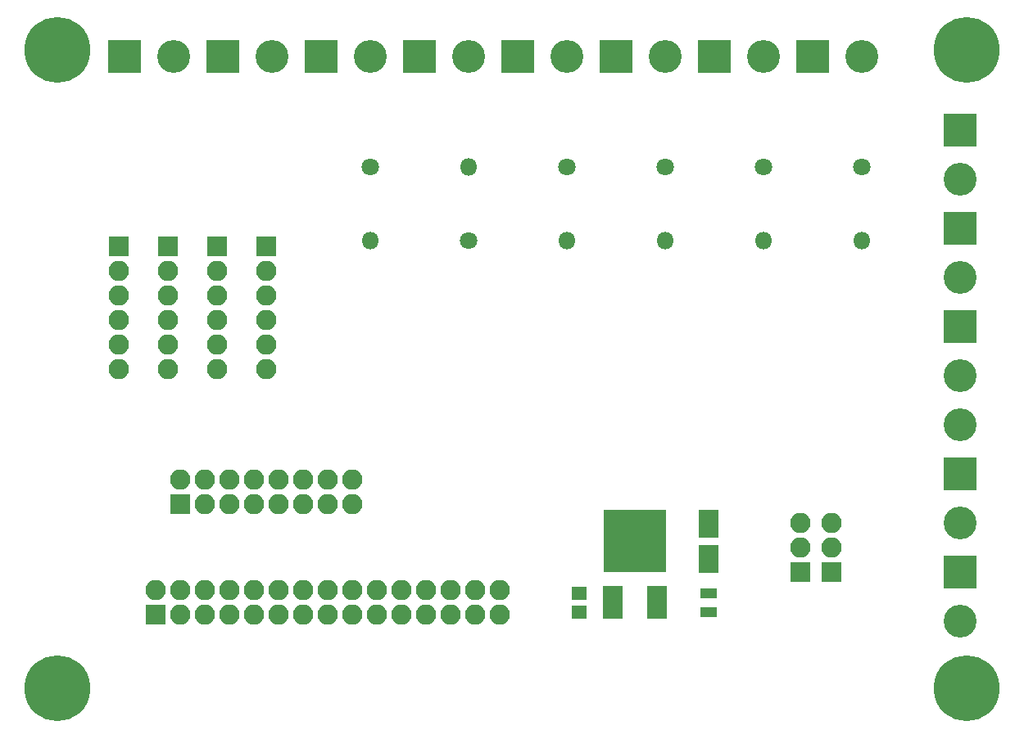
<source format=gbr>
G04 #@! TF.FileFunction,Soldermask,Top*
%FSLAX46Y46*%
G04 Gerber Fmt 4.6, Leading zero omitted, Abs format (unit mm)*
G04 Created by KiCad (PCBNEW 4.0.5) date 02/02/17 21:36:50*
%MOMM*%
%LPD*%
G01*
G04 APERTURE LIST*
%ADD10C,0.100000*%
%ADD11C,1.800000*%
%ADD12O,1.800000X1.800000*%
%ADD13R,1.650000X1.400000*%
%ADD14R,2.000000X3.000000*%
%ADD15R,2.100000X2.100000*%
%ADD16O,2.100000X2.100000*%
%ADD17R,1.700000X1.100000*%
%ADD18R,2.051000X3.448000*%
%ADD19R,6.496000X6.496000*%
%ADD20R,3.400000X3.400000*%
%ADD21C,3.400000*%
%ADD22C,6.800000*%
G04 APERTURE END LIST*
D10*
D11*
X122555000Y-80645000D03*
D12*
X122555000Y-88265000D03*
D11*
X112395000Y-80645000D03*
D12*
X112395000Y-88265000D03*
D11*
X102235000Y-80645000D03*
D12*
X102235000Y-88265000D03*
D11*
X92075000Y-80645000D03*
D12*
X92075000Y-88265000D03*
D13*
X93345000Y-126730000D03*
X93345000Y-124730000D03*
D14*
X106680000Y-121180000D03*
X106680000Y-117580000D03*
D11*
X81915000Y-88265000D03*
D12*
X81915000Y-80645000D03*
D11*
X71755000Y-80645000D03*
D12*
X71755000Y-88265000D03*
D15*
X116205000Y-122555000D03*
D16*
X116205000Y-120015000D03*
X116205000Y-117475000D03*
D15*
X119380000Y-122555000D03*
D16*
X119380000Y-120015000D03*
X119380000Y-117475000D03*
D15*
X49530000Y-127000000D03*
D16*
X49530000Y-124460000D03*
X52070000Y-127000000D03*
X52070000Y-124460000D03*
X54610000Y-127000000D03*
X54610000Y-124460000D03*
X57150000Y-127000000D03*
X57150000Y-124460000D03*
X59690000Y-127000000D03*
X59690000Y-124460000D03*
X62230000Y-127000000D03*
X62230000Y-124460000D03*
X64770000Y-127000000D03*
X64770000Y-124460000D03*
X67310000Y-127000000D03*
X67310000Y-124460000D03*
X69850000Y-127000000D03*
X69850000Y-124460000D03*
X72390000Y-127000000D03*
X72390000Y-124460000D03*
X74930000Y-127000000D03*
X74930000Y-124460000D03*
X77470000Y-127000000D03*
X77470000Y-124460000D03*
X80010000Y-127000000D03*
X80010000Y-124460000D03*
X82550000Y-127000000D03*
X82550000Y-124460000D03*
X85090000Y-127000000D03*
X85090000Y-124460000D03*
D15*
X52070000Y-115570000D03*
D16*
X52070000Y-113030000D03*
X54610000Y-115570000D03*
X54610000Y-113030000D03*
X57150000Y-115570000D03*
X57150000Y-113030000D03*
X59690000Y-115570000D03*
X59690000Y-113030000D03*
X62230000Y-115570000D03*
X62230000Y-113030000D03*
X64770000Y-115570000D03*
X64770000Y-113030000D03*
X67310000Y-115570000D03*
X67310000Y-113030000D03*
X69850000Y-115570000D03*
X69850000Y-113030000D03*
D15*
X60960000Y-88900000D03*
D16*
X60960000Y-91440000D03*
X60960000Y-93980000D03*
X60960000Y-96520000D03*
X60960000Y-99060000D03*
X60960000Y-101600000D03*
D15*
X55880000Y-88900000D03*
D16*
X55880000Y-91440000D03*
X55880000Y-93980000D03*
X55880000Y-96520000D03*
X55880000Y-99060000D03*
X55880000Y-101600000D03*
D15*
X50800000Y-88900000D03*
D16*
X50800000Y-91440000D03*
X50800000Y-93980000D03*
X50800000Y-96520000D03*
X50800000Y-99060000D03*
X50800000Y-101600000D03*
D15*
X45720000Y-88900000D03*
D16*
X45720000Y-91440000D03*
X45720000Y-93980000D03*
X45720000Y-96520000D03*
X45720000Y-99060000D03*
X45720000Y-101600000D03*
D17*
X106680000Y-126680000D03*
X106680000Y-124780000D03*
D18*
X96774000Y-125730000D03*
D19*
X99060000Y-119380000D03*
D18*
X101346000Y-125730000D03*
D20*
X132715000Y-76835000D03*
D21*
X132715000Y-81915000D03*
D20*
X132715000Y-86995000D03*
D21*
X132715000Y-92075000D03*
D20*
X132715000Y-97155000D03*
D21*
X132715000Y-102235000D03*
X132715000Y-107315000D03*
D20*
X86995000Y-69215000D03*
D21*
X92075000Y-69215000D03*
D20*
X97155000Y-69215000D03*
D21*
X102235000Y-69215000D03*
D20*
X107315000Y-69215000D03*
D21*
X112395000Y-69215000D03*
D20*
X117475000Y-69215000D03*
D21*
X122555000Y-69215000D03*
D20*
X76835000Y-69215000D03*
D21*
X81915000Y-69215000D03*
D20*
X66675000Y-69215000D03*
D21*
X71755000Y-69215000D03*
D20*
X56515000Y-69215000D03*
D21*
X61595000Y-69215000D03*
D20*
X46355000Y-69215000D03*
D21*
X51435000Y-69215000D03*
D20*
X132715000Y-112395000D03*
D21*
X132715000Y-117475000D03*
D20*
X132715000Y-122555000D03*
D21*
X132715000Y-127635000D03*
D22*
X133350000Y-68580000D03*
X39370000Y-68580000D03*
X39370000Y-134620000D03*
X133350000Y-134620000D03*
M02*

</source>
